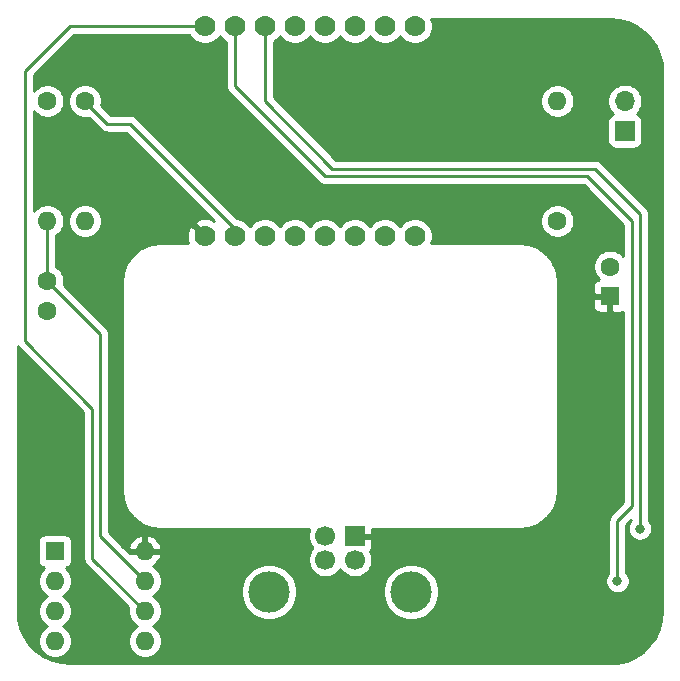
<source format=gbr>
G04 #@! TF.GenerationSoftware,KiCad,Pcbnew,5.1.5-52549c5~84~ubuntu19.04.1*
G04 #@! TF.CreationDate,2019-11-27T18:15:37+01:00*
G04 #@! TF.ProjectId,printplaat,7072696e-7470-46c6-9161-742e6b696361,rev?*
G04 #@! TF.SameCoordinates,Original*
G04 #@! TF.FileFunction,Copper,L2,Bot*
G04 #@! TF.FilePolarity,Positive*
%FSLAX46Y46*%
G04 Gerber Fmt 4.6, Leading zero omitted, Abs format (unit mm)*
G04 Created by KiCad (PCBNEW 5.1.5-52549c5~84~ubuntu19.04.1) date 2019-11-27 18:15:37*
%MOMM*%
%LPD*%
G04 APERTURE LIST*
%ADD10R,1.600000X1.600000*%
%ADD11O,1.600000X1.600000*%
%ADD12C,1.600000*%
%ADD13R,1.700000X1.700000*%
%ADD14C,1.700000*%
%ADD15C,3.500000*%
%ADD16O,1.700000X1.700000*%
%ADD17C,1.778000*%
%ADD18C,0.800000*%
%ADD19C,0.250000*%
%ADD20C,0.254000*%
G04 APERTURE END LIST*
D10*
X99060000Y-160020000D03*
D11*
X106680000Y-167640000D03*
X99060000Y-162560000D03*
X106680000Y-165100000D03*
X99060000Y-165100000D03*
X106680000Y-162560000D03*
X99060000Y-167640000D03*
X106680000Y-160020000D03*
X101600000Y-132080000D03*
D12*
X101600000Y-121920000D03*
D10*
X146050000Y-138430000D03*
D12*
X146050000Y-135930000D03*
D13*
X124460000Y-158750000D03*
D14*
X121960000Y-158750000D03*
X121960000Y-160750000D03*
X124460000Y-160750000D03*
D15*
X129230000Y-163460000D03*
X117190000Y-163460000D03*
D12*
X141605000Y-132080000D03*
D11*
X141605000Y-121920000D03*
X98425000Y-132080000D03*
D12*
X98425000Y-121920000D03*
D13*
X147320000Y-124460000D03*
D16*
X147320000Y-121920000D03*
D12*
X98425000Y-137160000D03*
X98425000Y-139660000D03*
D17*
X111760000Y-133350000D03*
X114300000Y-133350000D03*
X116840000Y-133350000D03*
X119380000Y-133350000D03*
X121920000Y-133350000D03*
X124460000Y-133350000D03*
X127000000Y-133350000D03*
X129540000Y-133350000D03*
X129540000Y-115570000D03*
X127000000Y-115570000D03*
X124460000Y-115570000D03*
X121920000Y-115570000D03*
X119380000Y-115570000D03*
X116840000Y-115570000D03*
X114300000Y-115570000D03*
X111760000Y-115570000D03*
D18*
X146685000Y-162560000D03*
X148590000Y-158115000D03*
D19*
X114300000Y-133350000D02*
X114300000Y-132715000D01*
X103505000Y-123825000D02*
X102235000Y-122555000D01*
X105410000Y-123825000D02*
X103505000Y-123825000D01*
X114300000Y-132715000D02*
X105410000Y-123825000D01*
X102235000Y-122555000D02*
X101600000Y-121920000D01*
X102235000Y-160655000D02*
X106680000Y-165100000D01*
X100330000Y-115570000D02*
X96520000Y-119380000D01*
X111760000Y-115570000D02*
X100330000Y-115570000D01*
X96520000Y-119380000D02*
X96520000Y-142240000D01*
X96520000Y-142240000D02*
X102235000Y-147955000D01*
X102235000Y-147955000D02*
X102235000Y-160655000D01*
X98425000Y-133211370D02*
X98425000Y-137160000D01*
X98425000Y-132080000D02*
X98425000Y-133211370D01*
X98425000Y-137160000D02*
X102870000Y-141605000D01*
X102870000Y-158750000D02*
X106680000Y-162560000D01*
X102870000Y-141605000D02*
X102870000Y-158750000D01*
X114300000Y-115570000D02*
X114300000Y-116827235D01*
X114300000Y-115570000D02*
X114300000Y-120650000D01*
X114300000Y-120650000D02*
X121920000Y-128270000D01*
X144145000Y-128270000D02*
X147955000Y-132080000D01*
X121920000Y-128270000D02*
X144145000Y-128270000D01*
X147955000Y-132080000D02*
X147955000Y-156210000D01*
X147955000Y-156210000D02*
X146685000Y-157480000D01*
X146685000Y-157480000D02*
X146685000Y-162560000D01*
X146685000Y-162560000D02*
X146685000Y-162560000D01*
X116840000Y-115570000D02*
X116840000Y-121920000D01*
X116840000Y-121920000D02*
X122555000Y-127635000D01*
X122555000Y-127635000D02*
X144780000Y-127635000D01*
X144780000Y-127635000D02*
X148590000Y-131445000D01*
X148590000Y-157480000D02*
X148590000Y-158115000D01*
X148590000Y-131445000D02*
X148590000Y-157480000D01*
X148590000Y-158115000D02*
X148590000Y-158115000D01*
D20*
G36*
X146832249Y-115032437D02*
G01*
X147589774Y-115239672D01*
X148298625Y-115577777D01*
X148936404Y-116036067D01*
X149482946Y-116600055D01*
X149920977Y-117251913D01*
X150236651Y-117971038D01*
X150421206Y-118739768D01*
X150470000Y-119404207D01*
X150470001Y-165070597D01*
X150397563Y-165882249D01*
X150190328Y-166639774D01*
X149852221Y-167348627D01*
X149393928Y-167986410D01*
X148829945Y-168532946D01*
X148178085Y-168970978D01*
X147458963Y-169286651D01*
X146690232Y-169471206D01*
X146025792Y-169520000D01*
X100359392Y-169520000D01*
X99547751Y-169447563D01*
X98790226Y-169240328D01*
X98081373Y-168902221D01*
X97443590Y-168443928D01*
X96897054Y-167879945D01*
X96459022Y-167228085D01*
X96143349Y-166508963D01*
X95958794Y-165740232D01*
X95910000Y-165075792D01*
X95910000Y-159220000D01*
X97621928Y-159220000D01*
X97621928Y-160820000D01*
X97634188Y-160944482D01*
X97670498Y-161064180D01*
X97729463Y-161174494D01*
X97808815Y-161271185D01*
X97905506Y-161350537D01*
X98015820Y-161409502D01*
X98135518Y-161445812D01*
X98143961Y-161446643D01*
X97945363Y-161645241D01*
X97788320Y-161880273D01*
X97680147Y-162141426D01*
X97625000Y-162418665D01*
X97625000Y-162701335D01*
X97680147Y-162978574D01*
X97788320Y-163239727D01*
X97945363Y-163474759D01*
X98145241Y-163674637D01*
X98377759Y-163830000D01*
X98145241Y-163985363D01*
X97945363Y-164185241D01*
X97788320Y-164420273D01*
X97680147Y-164681426D01*
X97625000Y-164958665D01*
X97625000Y-165241335D01*
X97680147Y-165518574D01*
X97788320Y-165779727D01*
X97945363Y-166014759D01*
X98145241Y-166214637D01*
X98377759Y-166370000D01*
X98145241Y-166525363D01*
X97945363Y-166725241D01*
X97788320Y-166960273D01*
X97680147Y-167221426D01*
X97625000Y-167498665D01*
X97625000Y-167781335D01*
X97680147Y-168058574D01*
X97788320Y-168319727D01*
X97945363Y-168554759D01*
X98145241Y-168754637D01*
X98380273Y-168911680D01*
X98641426Y-169019853D01*
X98918665Y-169075000D01*
X99201335Y-169075000D01*
X99478574Y-169019853D01*
X99739727Y-168911680D01*
X99974759Y-168754637D01*
X100174637Y-168554759D01*
X100331680Y-168319727D01*
X100439853Y-168058574D01*
X100495000Y-167781335D01*
X100495000Y-167498665D01*
X100439853Y-167221426D01*
X100331680Y-166960273D01*
X100174637Y-166725241D01*
X99974759Y-166525363D01*
X99742241Y-166370000D01*
X99974759Y-166214637D01*
X100174637Y-166014759D01*
X100331680Y-165779727D01*
X100439853Y-165518574D01*
X100495000Y-165241335D01*
X100495000Y-164958665D01*
X100439853Y-164681426D01*
X100331680Y-164420273D01*
X100174637Y-164185241D01*
X99974759Y-163985363D01*
X99742241Y-163830000D01*
X99974759Y-163674637D01*
X100174637Y-163474759D01*
X100331680Y-163239727D01*
X100439853Y-162978574D01*
X100495000Y-162701335D01*
X100495000Y-162418665D01*
X100439853Y-162141426D01*
X100331680Y-161880273D01*
X100174637Y-161645241D01*
X99976039Y-161446643D01*
X99984482Y-161445812D01*
X100104180Y-161409502D01*
X100214494Y-161350537D01*
X100311185Y-161271185D01*
X100390537Y-161174494D01*
X100449502Y-161064180D01*
X100485812Y-160944482D01*
X100498072Y-160820000D01*
X100498072Y-159220000D01*
X100485812Y-159095518D01*
X100449502Y-158975820D01*
X100390537Y-158865506D01*
X100311185Y-158768815D01*
X100214494Y-158689463D01*
X100104180Y-158630498D01*
X99984482Y-158594188D01*
X99860000Y-158581928D01*
X98260000Y-158581928D01*
X98135518Y-158594188D01*
X98015820Y-158630498D01*
X97905506Y-158689463D01*
X97808815Y-158768815D01*
X97729463Y-158865506D01*
X97670498Y-158975820D01*
X97634188Y-159095518D01*
X97621928Y-159220000D01*
X95910000Y-159220000D01*
X95910000Y-142694707D01*
X95956201Y-142751002D01*
X95980000Y-142780001D01*
X96008998Y-142803799D01*
X101475000Y-148269802D01*
X101475001Y-160617668D01*
X101471324Y-160655000D01*
X101485998Y-160803985D01*
X101529454Y-160947246D01*
X101600026Y-161079276D01*
X101671201Y-161166002D01*
X101695000Y-161195001D01*
X101723998Y-161218799D01*
X105281312Y-164776114D01*
X105245000Y-164958665D01*
X105245000Y-165241335D01*
X105300147Y-165518574D01*
X105408320Y-165779727D01*
X105565363Y-166014759D01*
X105765241Y-166214637D01*
X105997759Y-166370000D01*
X105765241Y-166525363D01*
X105565363Y-166725241D01*
X105408320Y-166960273D01*
X105300147Y-167221426D01*
X105245000Y-167498665D01*
X105245000Y-167781335D01*
X105300147Y-168058574D01*
X105408320Y-168319727D01*
X105565363Y-168554759D01*
X105765241Y-168754637D01*
X106000273Y-168911680D01*
X106261426Y-169019853D01*
X106538665Y-169075000D01*
X106821335Y-169075000D01*
X107098574Y-169019853D01*
X107359727Y-168911680D01*
X107594759Y-168754637D01*
X107794637Y-168554759D01*
X107951680Y-168319727D01*
X108059853Y-168058574D01*
X108115000Y-167781335D01*
X108115000Y-167498665D01*
X108059853Y-167221426D01*
X107951680Y-166960273D01*
X107794637Y-166725241D01*
X107594759Y-166525363D01*
X107362241Y-166370000D01*
X107594759Y-166214637D01*
X107794637Y-166014759D01*
X107951680Y-165779727D01*
X108059853Y-165518574D01*
X108115000Y-165241335D01*
X108115000Y-164958665D01*
X108059853Y-164681426D01*
X107951680Y-164420273D01*
X107794637Y-164185241D01*
X107594759Y-163985363D01*
X107362241Y-163830000D01*
X107594759Y-163674637D01*
X107794637Y-163474759D01*
X107951680Y-163239727D01*
X107957739Y-163225098D01*
X114805000Y-163225098D01*
X114805000Y-163694902D01*
X114896654Y-164155679D01*
X115076440Y-164589721D01*
X115337450Y-164980349D01*
X115669651Y-165312550D01*
X116060279Y-165573560D01*
X116494321Y-165753346D01*
X116955098Y-165845000D01*
X117424902Y-165845000D01*
X117885679Y-165753346D01*
X118319721Y-165573560D01*
X118710349Y-165312550D01*
X119042550Y-164980349D01*
X119303560Y-164589721D01*
X119483346Y-164155679D01*
X119575000Y-163694902D01*
X119575000Y-163225098D01*
X126845000Y-163225098D01*
X126845000Y-163694902D01*
X126936654Y-164155679D01*
X127116440Y-164589721D01*
X127377450Y-164980349D01*
X127709651Y-165312550D01*
X128100279Y-165573560D01*
X128534321Y-165753346D01*
X128995098Y-165845000D01*
X129464902Y-165845000D01*
X129925679Y-165753346D01*
X130359721Y-165573560D01*
X130750349Y-165312550D01*
X131082550Y-164980349D01*
X131343560Y-164589721D01*
X131523346Y-164155679D01*
X131615000Y-163694902D01*
X131615000Y-163225098D01*
X131523346Y-162764321D01*
X131343560Y-162330279D01*
X131082550Y-161939651D01*
X130750349Y-161607450D01*
X130359721Y-161346440D01*
X129925679Y-161166654D01*
X129464902Y-161075000D01*
X128995098Y-161075000D01*
X128534321Y-161166654D01*
X128100279Y-161346440D01*
X127709651Y-161607450D01*
X127377450Y-161939651D01*
X127116440Y-162330279D01*
X126936654Y-162764321D01*
X126845000Y-163225098D01*
X119575000Y-163225098D01*
X119483346Y-162764321D01*
X119303560Y-162330279D01*
X119042550Y-161939651D01*
X118710349Y-161607450D01*
X118319721Y-161346440D01*
X117885679Y-161166654D01*
X117424902Y-161075000D01*
X116955098Y-161075000D01*
X116494321Y-161166654D01*
X116060279Y-161346440D01*
X115669651Y-161607450D01*
X115337450Y-161939651D01*
X115076440Y-162330279D01*
X114896654Y-162764321D01*
X114805000Y-163225098D01*
X107957739Y-163225098D01*
X108059853Y-162978574D01*
X108115000Y-162701335D01*
X108115000Y-162418665D01*
X108059853Y-162141426D01*
X107951680Y-161880273D01*
X107794637Y-161645241D01*
X107594759Y-161445363D01*
X107359727Y-161288320D01*
X107349135Y-161283933D01*
X107535131Y-161172385D01*
X107743519Y-160983414D01*
X107911037Y-160757420D01*
X108031246Y-160503087D01*
X108071904Y-160369039D01*
X107949915Y-160147000D01*
X106807000Y-160147000D01*
X106807000Y-160167000D01*
X106553000Y-160167000D01*
X106553000Y-160147000D01*
X105410085Y-160147000D01*
X105385872Y-160191071D01*
X104865762Y-159670961D01*
X105288096Y-159670961D01*
X105410085Y-159893000D01*
X106553000Y-159893000D01*
X106553000Y-158749376D01*
X106807000Y-158749376D01*
X106807000Y-159893000D01*
X107949915Y-159893000D01*
X108071904Y-159670961D01*
X108031246Y-159536913D01*
X107911037Y-159282580D01*
X107743519Y-159056586D01*
X107535131Y-158867615D01*
X107293881Y-158722930D01*
X107029040Y-158628091D01*
X106807000Y-158749376D01*
X106553000Y-158749376D01*
X106330960Y-158628091D01*
X106066119Y-158722930D01*
X105824869Y-158867615D01*
X105616481Y-159056586D01*
X105448963Y-159282580D01*
X105328754Y-159536913D01*
X105288096Y-159670961D01*
X104865762Y-159670961D01*
X103630000Y-158435199D01*
X103630000Y-141642322D01*
X103633676Y-141604999D01*
X103630000Y-141567676D01*
X103630000Y-141567667D01*
X103619003Y-141456014D01*
X103575546Y-141312753D01*
X103504974Y-141180724D01*
X103410001Y-141064999D01*
X103381004Y-141041202D01*
X99823688Y-137483887D01*
X99860000Y-137301335D01*
X99860000Y-137018665D01*
X99804853Y-136741426D01*
X99696680Y-136480273D01*
X99539637Y-136245241D01*
X99339759Y-136045363D01*
X99185000Y-135941957D01*
X99185000Y-133298043D01*
X99339759Y-133194637D01*
X99539637Y-132994759D01*
X99696680Y-132759727D01*
X99804853Y-132498574D01*
X99860000Y-132221335D01*
X99860000Y-131938665D01*
X100165000Y-131938665D01*
X100165000Y-132221335D01*
X100220147Y-132498574D01*
X100328320Y-132759727D01*
X100485363Y-132994759D01*
X100685241Y-133194637D01*
X100920273Y-133351680D01*
X101181426Y-133459853D01*
X101458665Y-133515000D01*
X101741335Y-133515000D01*
X102018574Y-133459853D01*
X102279727Y-133351680D01*
X102514759Y-133194637D01*
X102714637Y-132994759D01*
X102871680Y-132759727D01*
X102979853Y-132498574D01*
X103035000Y-132221335D01*
X103035000Y-131938665D01*
X102979853Y-131661426D01*
X102871680Y-131400273D01*
X102714637Y-131165241D01*
X102514759Y-130965363D01*
X102279727Y-130808320D01*
X102018574Y-130700147D01*
X101741335Y-130645000D01*
X101458665Y-130645000D01*
X101181426Y-130700147D01*
X100920273Y-130808320D01*
X100685241Y-130965363D01*
X100485363Y-131165241D01*
X100328320Y-131400273D01*
X100220147Y-131661426D01*
X100165000Y-131938665D01*
X99860000Y-131938665D01*
X99804853Y-131661426D01*
X99696680Y-131400273D01*
X99539637Y-131165241D01*
X99339759Y-130965363D01*
X99104727Y-130808320D01*
X98843574Y-130700147D01*
X98566335Y-130645000D01*
X98283665Y-130645000D01*
X98006426Y-130700147D01*
X97745273Y-130808320D01*
X97510241Y-130965363D01*
X97310363Y-131165241D01*
X97280000Y-131210683D01*
X97280000Y-122789317D01*
X97310363Y-122834759D01*
X97510241Y-123034637D01*
X97745273Y-123191680D01*
X98006426Y-123299853D01*
X98283665Y-123355000D01*
X98566335Y-123355000D01*
X98843574Y-123299853D01*
X99104727Y-123191680D01*
X99339759Y-123034637D01*
X99539637Y-122834759D01*
X99696680Y-122599727D01*
X99804853Y-122338574D01*
X99860000Y-122061335D01*
X99860000Y-121778665D01*
X100165000Y-121778665D01*
X100165000Y-122061335D01*
X100220147Y-122338574D01*
X100328320Y-122599727D01*
X100485363Y-122834759D01*
X100685241Y-123034637D01*
X100920273Y-123191680D01*
X101181426Y-123299853D01*
X101458665Y-123355000D01*
X101741335Y-123355000D01*
X101923887Y-123318688D01*
X102941200Y-124336002D01*
X102964999Y-124365001D01*
X103080724Y-124459974D01*
X103212753Y-124530546D01*
X103356014Y-124574003D01*
X103467667Y-124585000D01*
X103467676Y-124585000D01*
X103504999Y-124588676D01*
X103542322Y-124585000D01*
X105095199Y-124585000D01*
X112547810Y-132037612D01*
X112283582Y-131910914D01*
X111992770Y-131836420D01*
X111693012Y-131820092D01*
X111395829Y-131862557D01*
X111112641Y-131962184D01*
X110965727Y-132040711D01*
X110883374Y-132293769D01*
X111760000Y-133170395D01*
X111774143Y-133156253D01*
X111953748Y-133335858D01*
X111939605Y-133350000D01*
X111953748Y-133364143D01*
X111774143Y-133543748D01*
X111760000Y-133529605D01*
X111745858Y-133543748D01*
X111566253Y-133364143D01*
X111580395Y-133350000D01*
X110703769Y-132473374D01*
X110450711Y-132555727D01*
X110320914Y-132826418D01*
X110246420Y-133117230D01*
X110230092Y-133416988D01*
X110272557Y-133714171D01*
X110359041Y-133960000D01*
X107917581Y-133960000D01*
X107888254Y-133962888D01*
X107872451Y-133962778D01*
X107863280Y-133963678D01*
X107370273Y-134015495D01*
X107311742Y-134027510D01*
X107252917Y-134038731D01*
X107244095Y-134041395D01*
X106770542Y-134187984D01*
X106715427Y-134211153D01*
X106659934Y-134233573D01*
X106651798Y-134237900D01*
X106215738Y-134473677D01*
X106166171Y-134507110D01*
X106116092Y-134539881D01*
X106108951Y-134545706D01*
X105726991Y-134861690D01*
X105684850Y-134904126D01*
X105642101Y-134945989D01*
X105636227Y-134953089D01*
X105322917Y-135337246D01*
X105289824Y-135387054D01*
X105256017Y-135436428D01*
X105251634Y-135444534D01*
X105018908Y-135882230D01*
X104996122Y-135937512D01*
X104972547Y-135992517D01*
X104969822Y-136001320D01*
X104826543Y-136475884D01*
X104814923Y-136534572D01*
X104802487Y-136593075D01*
X104801524Y-136602240D01*
X104753150Y-137095595D01*
X104750000Y-137127582D01*
X104750001Y-154972419D01*
X104752888Y-155001737D01*
X104752778Y-155017550D01*
X104753678Y-155026721D01*
X104805495Y-155519727D01*
X104817522Y-155578320D01*
X104828732Y-155637084D01*
X104831395Y-155645906D01*
X104977984Y-156119458D01*
X105001158Y-156174584D01*
X105023573Y-156230066D01*
X105027900Y-156238202D01*
X105263677Y-156674262D01*
X105297110Y-156723829D01*
X105329881Y-156773908D01*
X105335706Y-156781049D01*
X105651690Y-157163009D01*
X105694107Y-157205131D01*
X105735989Y-157247900D01*
X105743090Y-157253773D01*
X106127246Y-157567084D01*
X106177073Y-157600188D01*
X106226428Y-157633983D01*
X106234531Y-157638364D01*
X106234539Y-157638368D01*
X106672230Y-157871092D01*
X106727536Y-157893888D01*
X106782517Y-157917453D01*
X106791320Y-157920178D01*
X107265885Y-158063457D01*
X107324558Y-158075074D01*
X107383075Y-158087513D01*
X107392240Y-158088476D01*
X107885595Y-158136850D01*
X107885598Y-158136850D01*
X107917581Y-158140000D01*
X120605318Y-158140000D01*
X120532068Y-158316842D01*
X120475000Y-158603740D01*
X120475000Y-158896260D01*
X120532068Y-159183158D01*
X120644010Y-159453411D01*
X120806525Y-159696632D01*
X120859893Y-159750000D01*
X120806525Y-159803368D01*
X120644010Y-160046589D01*
X120532068Y-160316842D01*
X120475000Y-160603740D01*
X120475000Y-160896260D01*
X120532068Y-161183158D01*
X120644010Y-161453411D01*
X120806525Y-161696632D01*
X121013368Y-161903475D01*
X121256589Y-162065990D01*
X121526842Y-162177932D01*
X121813740Y-162235000D01*
X122106260Y-162235000D01*
X122393158Y-162177932D01*
X122663411Y-162065990D01*
X122906632Y-161903475D01*
X123113475Y-161696632D01*
X123210000Y-161552172D01*
X123306525Y-161696632D01*
X123513368Y-161903475D01*
X123756589Y-162065990D01*
X124026842Y-162177932D01*
X124313740Y-162235000D01*
X124606260Y-162235000D01*
X124893158Y-162177932D01*
X125163411Y-162065990D01*
X125406632Y-161903475D01*
X125613475Y-161696632D01*
X125775990Y-161453411D01*
X125887932Y-161183158D01*
X125945000Y-160896260D01*
X125945000Y-160603740D01*
X125887932Y-160316842D01*
X125775990Y-160046589D01*
X125771038Y-160039178D01*
X125840537Y-159954494D01*
X125899502Y-159844180D01*
X125935812Y-159724482D01*
X125948072Y-159600000D01*
X125945000Y-159035750D01*
X125786250Y-158877000D01*
X124587000Y-158877000D01*
X124587000Y-158897000D01*
X124333000Y-158897000D01*
X124333000Y-158877000D01*
X124313000Y-158877000D01*
X124313000Y-158623000D01*
X124333000Y-158623000D01*
X124333000Y-158603000D01*
X124587000Y-158603000D01*
X124587000Y-158623000D01*
X125786250Y-158623000D01*
X125945000Y-158464250D01*
X125946765Y-158140000D01*
X138462419Y-158140000D01*
X138491746Y-158137112D01*
X138507550Y-158137222D01*
X138516721Y-158136322D01*
X139009727Y-158084505D01*
X139068320Y-158072478D01*
X139127084Y-158061268D01*
X139135906Y-158058605D01*
X139609458Y-157912016D01*
X139664584Y-157888842D01*
X139720066Y-157866427D01*
X139728202Y-157862100D01*
X140164262Y-157626323D01*
X140213829Y-157592890D01*
X140263908Y-157560119D01*
X140271049Y-157554294D01*
X140653009Y-157238310D01*
X140695131Y-157195893D01*
X140737900Y-157154011D01*
X140743773Y-157146910D01*
X141057084Y-156762754D01*
X141090188Y-156712927D01*
X141123983Y-156663572D01*
X141128364Y-156655469D01*
X141128368Y-156655461D01*
X141361092Y-156217770D01*
X141383888Y-156162464D01*
X141407453Y-156107483D01*
X141410178Y-156098680D01*
X141553457Y-155624115D01*
X141565074Y-155565442D01*
X141577513Y-155506925D01*
X141578476Y-155497760D01*
X141626850Y-155004405D01*
X141626850Y-155004402D01*
X141630000Y-154972419D01*
X141630000Y-139230000D01*
X144611928Y-139230000D01*
X144624188Y-139354482D01*
X144660498Y-139474180D01*
X144719463Y-139584494D01*
X144798815Y-139681185D01*
X144895506Y-139760537D01*
X145005820Y-139819502D01*
X145125518Y-139855812D01*
X145250000Y-139868072D01*
X145764250Y-139865000D01*
X145923000Y-139706250D01*
X145923000Y-138557000D01*
X144773750Y-138557000D01*
X144615000Y-138715750D01*
X144611928Y-139230000D01*
X141630000Y-139230000D01*
X141630000Y-137127581D01*
X141627112Y-137098254D01*
X141627222Y-137082451D01*
X141626322Y-137073280D01*
X141574505Y-136580273D01*
X141562490Y-136521742D01*
X141551269Y-136462917D01*
X141548605Y-136454095D01*
X141402016Y-135980542D01*
X141378847Y-135925427D01*
X141356427Y-135869934D01*
X141352100Y-135861798D01*
X141116323Y-135425738D01*
X141082890Y-135376171D01*
X141050119Y-135326092D01*
X141044294Y-135318951D01*
X140728310Y-134936991D01*
X140685874Y-134894850D01*
X140644011Y-134852101D01*
X140636911Y-134846227D01*
X140252754Y-134532917D01*
X140202946Y-134499824D01*
X140153572Y-134466017D01*
X140145466Y-134461634D01*
X139707770Y-134228908D01*
X139652488Y-134206122D01*
X139597483Y-134182547D01*
X139588680Y-134179822D01*
X139114116Y-134036543D01*
X139055428Y-134024923D01*
X138996925Y-134012487D01*
X138987760Y-134011524D01*
X138494405Y-133963150D01*
X138494402Y-133963150D01*
X138462419Y-133960000D01*
X130936895Y-133960000D01*
X131005434Y-133794534D01*
X131064000Y-133500101D01*
X131064000Y-133199899D01*
X131005434Y-132905466D01*
X130890551Y-132628115D01*
X130723768Y-132378507D01*
X130511493Y-132166232D01*
X130261885Y-131999449D01*
X130115141Y-131938665D01*
X140170000Y-131938665D01*
X140170000Y-132221335D01*
X140225147Y-132498574D01*
X140333320Y-132759727D01*
X140490363Y-132994759D01*
X140690241Y-133194637D01*
X140925273Y-133351680D01*
X141186426Y-133459853D01*
X141463665Y-133515000D01*
X141746335Y-133515000D01*
X142023574Y-133459853D01*
X142284727Y-133351680D01*
X142519759Y-133194637D01*
X142719637Y-132994759D01*
X142876680Y-132759727D01*
X142984853Y-132498574D01*
X143040000Y-132221335D01*
X143040000Y-131938665D01*
X142984853Y-131661426D01*
X142876680Y-131400273D01*
X142719637Y-131165241D01*
X142519759Y-130965363D01*
X142284727Y-130808320D01*
X142023574Y-130700147D01*
X141746335Y-130645000D01*
X141463665Y-130645000D01*
X141186426Y-130700147D01*
X140925273Y-130808320D01*
X140690241Y-130965363D01*
X140490363Y-131165241D01*
X140333320Y-131400273D01*
X140225147Y-131661426D01*
X140170000Y-131938665D01*
X130115141Y-131938665D01*
X129984534Y-131884566D01*
X129690101Y-131826000D01*
X129389899Y-131826000D01*
X129095466Y-131884566D01*
X128818115Y-131999449D01*
X128568507Y-132166232D01*
X128356232Y-132378507D01*
X128270000Y-132507562D01*
X128183768Y-132378507D01*
X127971493Y-132166232D01*
X127721885Y-131999449D01*
X127444534Y-131884566D01*
X127150101Y-131826000D01*
X126849899Y-131826000D01*
X126555466Y-131884566D01*
X126278115Y-131999449D01*
X126028507Y-132166232D01*
X125816232Y-132378507D01*
X125730000Y-132507562D01*
X125643768Y-132378507D01*
X125431493Y-132166232D01*
X125181885Y-131999449D01*
X124904534Y-131884566D01*
X124610101Y-131826000D01*
X124309899Y-131826000D01*
X124015466Y-131884566D01*
X123738115Y-131999449D01*
X123488507Y-132166232D01*
X123276232Y-132378507D01*
X123190000Y-132507562D01*
X123103768Y-132378507D01*
X122891493Y-132166232D01*
X122641885Y-131999449D01*
X122364534Y-131884566D01*
X122070101Y-131826000D01*
X121769899Y-131826000D01*
X121475466Y-131884566D01*
X121198115Y-131999449D01*
X120948507Y-132166232D01*
X120736232Y-132378507D01*
X120650000Y-132507562D01*
X120563768Y-132378507D01*
X120351493Y-132166232D01*
X120101885Y-131999449D01*
X119824534Y-131884566D01*
X119530101Y-131826000D01*
X119229899Y-131826000D01*
X118935466Y-131884566D01*
X118658115Y-131999449D01*
X118408507Y-132166232D01*
X118196232Y-132378507D01*
X118110000Y-132507562D01*
X118023768Y-132378507D01*
X117811493Y-132166232D01*
X117561885Y-131999449D01*
X117284534Y-131884566D01*
X116990101Y-131826000D01*
X116689899Y-131826000D01*
X116395466Y-131884566D01*
X116118115Y-131999449D01*
X115868507Y-132166232D01*
X115656232Y-132378507D01*
X115570000Y-132507562D01*
X115483768Y-132378507D01*
X115271493Y-132166232D01*
X115021885Y-131999449D01*
X114744534Y-131884566D01*
X114494667Y-131834865D01*
X105973804Y-123314003D01*
X105950001Y-123284999D01*
X105834276Y-123190026D01*
X105702247Y-123119454D01*
X105558986Y-123075997D01*
X105447333Y-123065000D01*
X105447322Y-123065000D01*
X105410000Y-123061324D01*
X105372678Y-123065000D01*
X103819802Y-123065000D01*
X102998688Y-122243887D01*
X103035000Y-122061335D01*
X103035000Y-121778665D01*
X102979853Y-121501426D01*
X102871680Y-121240273D01*
X102714637Y-121005241D01*
X102514759Y-120805363D01*
X102279727Y-120648320D01*
X102018574Y-120540147D01*
X101741335Y-120485000D01*
X101458665Y-120485000D01*
X101181426Y-120540147D01*
X100920273Y-120648320D01*
X100685241Y-120805363D01*
X100485363Y-121005241D01*
X100328320Y-121240273D01*
X100220147Y-121501426D01*
X100165000Y-121778665D01*
X99860000Y-121778665D01*
X99804853Y-121501426D01*
X99696680Y-121240273D01*
X99539637Y-121005241D01*
X99339759Y-120805363D01*
X99104727Y-120648320D01*
X98843574Y-120540147D01*
X98566335Y-120485000D01*
X98283665Y-120485000D01*
X98006426Y-120540147D01*
X97745273Y-120648320D01*
X97510241Y-120805363D01*
X97310363Y-121005241D01*
X97280000Y-121050683D01*
X97280000Y-119694801D01*
X100644802Y-116330000D01*
X110434917Y-116330000D01*
X110576232Y-116541493D01*
X110788507Y-116753768D01*
X111038115Y-116920551D01*
X111315466Y-117035434D01*
X111609899Y-117094000D01*
X111910101Y-117094000D01*
X112204534Y-117035434D01*
X112481885Y-116920551D01*
X112731493Y-116753768D01*
X112943768Y-116541493D01*
X113030000Y-116412438D01*
X113116232Y-116541493D01*
X113328507Y-116753768D01*
X113540000Y-116895084D01*
X113540001Y-120612668D01*
X113536324Y-120650000D01*
X113540001Y-120687333D01*
X113550998Y-120798986D01*
X113564180Y-120842442D01*
X113594454Y-120942246D01*
X113665026Y-121074276D01*
X113732362Y-121156324D01*
X113760000Y-121190001D01*
X113788998Y-121213799D01*
X121356200Y-128781002D01*
X121379999Y-128810001D01*
X121495724Y-128904974D01*
X121627753Y-128975546D01*
X121771014Y-129019003D01*
X121882667Y-129030000D01*
X121882676Y-129030000D01*
X121919999Y-129033676D01*
X121957322Y-129030000D01*
X143830199Y-129030000D01*
X147195000Y-132394802D01*
X147195000Y-135060683D01*
X147164637Y-135015241D01*
X146964759Y-134815363D01*
X146729727Y-134658320D01*
X146468574Y-134550147D01*
X146191335Y-134495000D01*
X145908665Y-134495000D01*
X145631426Y-134550147D01*
X145370273Y-134658320D01*
X145135241Y-134815363D01*
X144935363Y-135015241D01*
X144778320Y-135250273D01*
X144670147Y-135511426D01*
X144615000Y-135788665D01*
X144615000Y-136071335D01*
X144670147Y-136348574D01*
X144778320Y-136609727D01*
X144935363Y-136844759D01*
X145101943Y-137011339D01*
X145005820Y-137040498D01*
X144895506Y-137099463D01*
X144798815Y-137178815D01*
X144719463Y-137275506D01*
X144660498Y-137385820D01*
X144624188Y-137505518D01*
X144611928Y-137630000D01*
X144615000Y-138144250D01*
X144773750Y-138303000D01*
X145923000Y-138303000D01*
X145923000Y-138283000D01*
X146177000Y-138283000D01*
X146177000Y-138303000D01*
X146197000Y-138303000D01*
X146197000Y-138557000D01*
X146177000Y-138557000D01*
X146177000Y-139706250D01*
X146335750Y-139865000D01*
X146850000Y-139868072D01*
X146974482Y-139855812D01*
X147094180Y-139819502D01*
X147195000Y-139765612D01*
X147195001Y-155895197D01*
X146174003Y-156916196D01*
X146144999Y-156939999D01*
X146102175Y-156992181D01*
X146050026Y-157055724D01*
X146013206Y-157124609D01*
X145979454Y-157187754D01*
X145935997Y-157331015D01*
X145925000Y-157442668D01*
X145925000Y-157442678D01*
X145921324Y-157480000D01*
X145925000Y-157517323D01*
X145925001Y-161856288D01*
X145881063Y-161900226D01*
X145767795Y-162069744D01*
X145689774Y-162258102D01*
X145650000Y-162458061D01*
X145650000Y-162661939D01*
X145689774Y-162861898D01*
X145767795Y-163050256D01*
X145881063Y-163219774D01*
X146025226Y-163363937D01*
X146194744Y-163477205D01*
X146383102Y-163555226D01*
X146583061Y-163595000D01*
X146786939Y-163595000D01*
X146986898Y-163555226D01*
X147175256Y-163477205D01*
X147344774Y-163363937D01*
X147488937Y-163219774D01*
X147602205Y-163050256D01*
X147680226Y-162861898D01*
X147720000Y-162661939D01*
X147720000Y-162458061D01*
X147680226Y-162258102D01*
X147602205Y-162069744D01*
X147488937Y-161900226D01*
X147445000Y-161856289D01*
X147445000Y-157794801D01*
X147830001Y-157409800D01*
X147830001Y-157411288D01*
X147786063Y-157455226D01*
X147672795Y-157624744D01*
X147594774Y-157813102D01*
X147555000Y-158013061D01*
X147555000Y-158216939D01*
X147594774Y-158416898D01*
X147672795Y-158605256D01*
X147786063Y-158774774D01*
X147930226Y-158918937D01*
X148099744Y-159032205D01*
X148288102Y-159110226D01*
X148488061Y-159150000D01*
X148691939Y-159150000D01*
X148891898Y-159110226D01*
X149080256Y-159032205D01*
X149249774Y-158918937D01*
X149393937Y-158774774D01*
X149507205Y-158605256D01*
X149585226Y-158416898D01*
X149625000Y-158216939D01*
X149625000Y-158013061D01*
X149585226Y-157813102D01*
X149507205Y-157624744D01*
X149393937Y-157455226D01*
X149350000Y-157411289D01*
X149350000Y-131482325D01*
X149353676Y-131445000D01*
X149350000Y-131407675D01*
X149350000Y-131407667D01*
X149339003Y-131296014D01*
X149295546Y-131152753D01*
X149224974Y-131020724D01*
X149130001Y-130904999D01*
X149101004Y-130881202D01*
X145343804Y-127124003D01*
X145320001Y-127094999D01*
X145204276Y-127000026D01*
X145072247Y-126929454D01*
X144928986Y-126885997D01*
X144817333Y-126875000D01*
X144817322Y-126875000D01*
X144780000Y-126871324D01*
X144742678Y-126875000D01*
X122869802Y-126875000D01*
X119604802Y-123610000D01*
X145831928Y-123610000D01*
X145831928Y-125310000D01*
X145844188Y-125434482D01*
X145880498Y-125554180D01*
X145939463Y-125664494D01*
X146018815Y-125761185D01*
X146115506Y-125840537D01*
X146225820Y-125899502D01*
X146345518Y-125935812D01*
X146470000Y-125948072D01*
X148170000Y-125948072D01*
X148294482Y-125935812D01*
X148414180Y-125899502D01*
X148524494Y-125840537D01*
X148621185Y-125761185D01*
X148700537Y-125664494D01*
X148759502Y-125554180D01*
X148795812Y-125434482D01*
X148808072Y-125310000D01*
X148808072Y-123610000D01*
X148795812Y-123485518D01*
X148759502Y-123365820D01*
X148700537Y-123255506D01*
X148621185Y-123158815D01*
X148524494Y-123079463D01*
X148414180Y-123020498D01*
X148341620Y-122998487D01*
X148473475Y-122866632D01*
X148635990Y-122623411D01*
X148747932Y-122353158D01*
X148805000Y-122066260D01*
X148805000Y-121773740D01*
X148747932Y-121486842D01*
X148635990Y-121216589D01*
X148473475Y-120973368D01*
X148266632Y-120766525D01*
X148023411Y-120604010D01*
X147753158Y-120492068D01*
X147466260Y-120435000D01*
X147173740Y-120435000D01*
X146886842Y-120492068D01*
X146616589Y-120604010D01*
X146373368Y-120766525D01*
X146166525Y-120973368D01*
X146004010Y-121216589D01*
X145892068Y-121486842D01*
X145835000Y-121773740D01*
X145835000Y-122066260D01*
X145892068Y-122353158D01*
X146004010Y-122623411D01*
X146166525Y-122866632D01*
X146298380Y-122998487D01*
X146225820Y-123020498D01*
X146115506Y-123079463D01*
X146018815Y-123158815D01*
X145939463Y-123255506D01*
X145880498Y-123365820D01*
X145844188Y-123485518D01*
X145831928Y-123610000D01*
X119604802Y-123610000D01*
X117773467Y-121778665D01*
X140170000Y-121778665D01*
X140170000Y-122061335D01*
X140225147Y-122338574D01*
X140333320Y-122599727D01*
X140490363Y-122834759D01*
X140690241Y-123034637D01*
X140925273Y-123191680D01*
X141186426Y-123299853D01*
X141463665Y-123355000D01*
X141746335Y-123355000D01*
X142023574Y-123299853D01*
X142284727Y-123191680D01*
X142519759Y-123034637D01*
X142719637Y-122834759D01*
X142876680Y-122599727D01*
X142984853Y-122338574D01*
X143040000Y-122061335D01*
X143040000Y-121778665D01*
X142984853Y-121501426D01*
X142876680Y-121240273D01*
X142719637Y-121005241D01*
X142519759Y-120805363D01*
X142284727Y-120648320D01*
X142023574Y-120540147D01*
X141746335Y-120485000D01*
X141463665Y-120485000D01*
X141186426Y-120540147D01*
X140925273Y-120648320D01*
X140690241Y-120805363D01*
X140490363Y-121005241D01*
X140333320Y-121240273D01*
X140225147Y-121501426D01*
X140170000Y-121778665D01*
X117773467Y-121778665D01*
X117600000Y-121605199D01*
X117600000Y-116895083D01*
X117811493Y-116753768D01*
X118023768Y-116541493D01*
X118110000Y-116412438D01*
X118196232Y-116541493D01*
X118408507Y-116753768D01*
X118658115Y-116920551D01*
X118935466Y-117035434D01*
X119229899Y-117094000D01*
X119530101Y-117094000D01*
X119824534Y-117035434D01*
X120101885Y-116920551D01*
X120351493Y-116753768D01*
X120563768Y-116541493D01*
X120650000Y-116412438D01*
X120736232Y-116541493D01*
X120948507Y-116753768D01*
X121198115Y-116920551D01*
X121475466Y-117035434D01*
X121769899Y-117094000D01*
X122070101Y-117094000D01*
X122364534Y-117035434D01*
X122641885Y-116920551D01*
X122891493Y-116753768D01*
X123103768Y-116541493D01*
X123190000Y-116412438D01*
X123276232Y-116541493D01*
X123488507Y-116753768D01*
X123738115Y-116920551D01*
X124015466Y-117035434D01*
X124309899Y-117094000D01*
X124610101Y-117094000D01*
X124904534Y-117035434D01*
X125181885Y-116920551D01*
X125431493Y-116753768D01*
X125643768Y-116541493D01*
X125730000Y-116412438D01*
X125816232Y-116541493D01*
X126028507Y-116753768D01*
X126278115Y-116920551D01*
X126555466Y-117035434D01*
X126849899Y-117094000D01*
X127150101Y-117094000D01*
X127444534Y-117035434D01*
X127721885Y-116920551D01*
X127971493Y-116753768D01*
X128183768Y-116541493D01*
X128270000Y-116412438D01*
X128356232Y-116541493D01*
X128568507Y-116753768D01*
X128818115Y-116920551D01*
X129095466Y-117035434D01*
X129389899Y-117094000D01*
X129690101Y-117094000D01*
X129984534Y-117035434D01*
X130261885Y-116920551D01*
X130511493Y-116753768D01*
X130723768Y-116541493D01*
X130890551Y-116291885D01*
X131005434Y-116014534D01*
X131064000Y-115720101D01*
X131064000Y-115419899D01*
X131005434Y-115125466D01*
X130936895Y-114960000D01*
X146020608Y-114960000D01*
X146832249Y-115032437D01*
G37*
X146832249Y-115032437D02*
X147589774Y-115239672D01*
X148298625Y-115577777D01*
X148936404Y-116036067D01*
X149482946Y-116600055D01*
X149920977Y-117251913D01*
X150236651Y-117971038D01*
X150421206Y-118739768D01*
X150470000Y-119404207D01*
X150470001Y-165070597D01*
X150397563Y-165882249D01*
X150190328Y-166639774D01*
X149852221Y-167348627D01*
X149393928Y-167986410D01*
X148829945Y-168532946D01*
X148178085Y-168970978D01*
X147458963Y-169286651D01*
X146690232Y-169471206D01*
X146025792Y-169520000D01*
X100359392Y-169520000D01*
X99547751Y-169447563D01*
X98790226Y-169240328D01*
X98081373Y-168902221D01*
X97443590Y-168443928D01*
X96897054Y-167879945D01*
X96459022Y-167228085D01*
X96143349Y-166508963D01*
X95958794Y-165740232D01*
X95910000Y-165075792D01*
X95910000Y-159220000D01*
X97621928Y-159220000D01*
X97621928Y-160820000D01*
X97634188Y-160944482D01*
X97670498Y-161064180D01*
X97729463Y-161174494D01*
X97808815Y-161271185D01*
X97905506Y-161350537D01*
X98015820Y-161409502D01*
X98135518Y-161445812D01*
X98143961Y-161446643D01*
X97945363Y-161645241D01*
X97788320Y-161880273D01*
X97680147Y-162141426D01*
X97625000Y-162418665D01*
X97625000Y-162701335D01*
X97680147Y-162978574D01*
X97788320Y-163239727D01*
X97945363Y-163474759D01*
X98145241Y-163674637D01*
X98377759Y-163830000D01*
X98145241Y-163985363D01*
X97945363Y-164185241D01*
X97788320Y-164420273D01*
X97680147Y-164681426D01*
X97625000Y-164958665D01*
X97625000Y-165241335D01*
X97680147Y-165518574D01*
X97788320Y-165779727D01*
X97945363Y-166014759D01*
X98145241Y-166214637D01*
X98377759Y-166370000D01*
X98145241Y-166525363D01*
X97945363Y-166725241D01*
X97788320Y-166960273D01*
X97680147Y-167221426D01*
X97625000Y-167498665D01*
X97625000Y-167781335D01*
X97680147Y-168058574D01*
X97788320Y-168319727D01*
X97945363Y-168554759D01*
X98145241Y-168754637D01*
X98380273Y-168911680D01*
X98641426Y-169019853D01*
X98918665Y-169075000D01*
X99201335Y-169075000D01*
X99478574Y-169019853D01*
X99739727Y-168911680D01*
X99974759Y-168754637D01*
X100174637Y-168554759D01*
X100331680Y-168319727D01*
X100439853Y-168058574D01*
X100495000Y-167781335D01*
X100495000Y-167498665D01*
X100439853Y-167221426D01*
X100331680Y-166960273D01*
X100174637Y-166725241D01*
X99974759Y-166525363D01*
X99742241Y-166370000D01*
X99974759Y-166214637D01*
X100174637Y-166014759D01*
X100331680Y-165779727D01*
X100439853Y-165518574D01*
X100495000Y-165241335D01*
X100495000Y-164958665D01*
X100439853Y-164681426D01*
X100331680Y-164420273D01*
X100174637Y-164185241D01*
X99974759Y-163985363D01*
X99742241Y-163830000D01*
X99974759Y-163674637D01*
X100174637Y-163474759D01*
X100331680Y-163239727D01*
X100439853Y-162978574D01*
X100495000Y-162701335D01*
X100495000Y-162418665D01*
X100439853Y-162141426D01*
X100331680Y-161880273D01*
X100174637Y-161645241D01*
X99976039Y-161446643D01*
X99984482Y-161445812D01*
X100104180Y-161409502D01*
X100214494Y-161350537D01*
X100311185Y-161271185D01*
X100390537Y-161174494D01*
X100449502Y-161064180D01*
X100485812Y-160944482D01*
X100498072Y-160820000D01*
X100498072Y-159220000D01*
X100485812Y-159095518D01*
X100449502Y-158975820D01*
X100390537Y-158865506D01*
X100311185Y-158768815D01*
X100214494Y-158689463D01*
X100104180Y-158630498D01*
X99984482Y-158594188D01*
X99860000Y-158581928D01*
X98260000Y-158581928D01*
X98135518Y-158594188D01*
X98015820Y-158630498D01*
X97905506Y-158689463D01*
X97808815Y-158768815D01*
X97729463Y-158865506D01*
X97670498Y-158975820D01*
X97634188Y-159095518D01*
X97621928Y-159220000D01*
X95910000Y-159220000D01*
X95910000Y-142694707D01*
X95956201Y-142751002D01*
X95980000Y-142780001D01*
X96008998Y-142803799D01*
X101475000Y-148269802D01*
X101475001Y-160617668D01*
X101471324Y-160655000D01*
X101485998Y-160803985D01*
X101529454Y-160947246D01*
X101600026Y-161079276D01*
X101671201Y-161166002D01*
X101695000Y-161195001D01*
X101723998Y-161218799D01*
X105281312Y-164776114D01*
X105245000Y-164958665D01*
X105245000Y-165241335D01*
X105300147Y-165518574D01*
X105408320Y-165779727D01*
X105565363Y-166014759D01*
X105765241Y-166214637D01*
X105997759Y-166370000D01*
X105765241Y-166525363D01*
X105565363Y-166725241D01*
X105408320Y-166960273D01*
X105300147Y-167221426D01*
X105245000Y-167498665D01*
X105245000Y-167781335D01*
X105300147Y-168058574D01*
X105408320Y-168319727D01*
X105565363Y-168554759D01*
X105765241Y-168754637D01*
X106000273Y-168911680D01*
X106261426Y-169019853D01*
X106538665Y-169075000D01*
X106821335Y-169075000D01*
X107098574Y-169019853D01*
X107359727Y-168911680D01*
X107594759Y-168754637D01*
X107794637Y-168554759D01*
X107951680Y-168319727D01*
X108059853Y-168058574D01*
X108115000Y-167781335D01*
X108115000Y-167498665D01*
X108059853Y-167221426D01*
X107951680Y-166960273D01*
X107794637Y-166725241D01*
X107594759Y-166525363D01*
X107362241Y-166370000D01*
X107594759Y-166214637D01*
X107794637Y-166014759D01*
X107951680Y-165779727D01*
X108059853Y-165518574D01*
X108115000Y-165241335D01*
X108115000Y-164958665D01*
X108059853Y-164681426D01*
X107951680Y-164420273D01*
X107794637Y-164185241D01*
X107594759Y-163985363D01*
X107362241Y-163830000D01*
X107594759Y-163674637D01*
X107794637Y-163474759D01*
X107951680Y-163239727D01*
X107957739Y-163225098D01*
X114805000Y-163225098D01*
X114805000Y-163694902D01*
X114896654Y-164155679D01*
X115076440Y-164589721D01*
X115337450Y-164980349D01*
X115669651Y-165312550D01*
X116060279Y-165573560D01*
X116494321Y-165753346D01*
X116955098Y-165845000D01*
X117424902Y-165845000D01*
X117885679Y-165753346D01*
X118319721Y-165573560D01*
X118710349Y-165312550D01*
X119042550Y-164980349D01*
X119303560Y-164589721D01*
X119483346Y-164155679D01*
X119575000Y-163694902D01*
X119575000Y-163225098D01*
X126845000Y-163225098D01*
X126845000Y-163694902D01*
X126936654Y-164155679D01*
X127116440Y-164589721D01*
X127377450Y-164980349D01*
X127709651Y-165312550D01*
X128100279Y-165573560D01*
X128534321Y-165753346D01*
X128995098Y-165845000D01*
X129464902Y-165845000D01*
X129925679Y-165753346D01*
X130359721Y-165573560D01*
X130750349Y-165312550D01*
X131082550Y-164980349D01*
X131343560Y-164589721D01*
X131523346Y-164155679D01*
X131615000Y-163694902D01*
X131615000Y-163225098D01*
X131523346Y-162764321D01*
X131343560Y-162330279D01*
X131082550Y-161939651D01*
X130750349Y-161607450D01*
X130359721Y-161346440D01*
X129925679Y-161166654D01*
X129464902Y-161075000D01*
X128995098Y-161075000D01*
X128534321Y-161166654D01*
X128100279Y-161346440D01*
X127709651Y-161607450D01*
X127377450Y-161939651D01*
X127116440Y-162330279D01*
X126936654Y-162764321D01*
X126845000Y-163225098D01*
X119575000Y-163225098D01*
X119483346Y-162764321D01*
X119303560Y-162330279D01*
X119042550Y-161939651D01*
X118710349Y-161607450D01*
X118319721Y-161346440D01*
X117885679Y-161166654D01*
X117424902Y-161075000D01*
X116955098Y-161075000D01*
X116494321Y-161166654D01*
X116060279Y-161346440D01*
X115669651Y-161607450D01*
X115337450Y-161939651D01*
X115076440Y-162330279D01*
X114896654Y-162764321D01*
X114805000Y-163225098D01*
X107957739Y-163225098D01*
X108059853Y-162978574D01*
X108115000Y-162701335D01*
X108115000Y-162418665D01*
X108059853Y-162141426D01*
X107951680Y-161880273D01*
X107794637Y-161645241D01*
X107594759Y-161445363D01*
X107359727Y-161288320D01*
X107349135Y-161283933D01*
X107535131Y-161172385D01*
X107743519Y-160983414D01*
X107911037Y-160757420D01*
X108031246Y-160503087D01*
X108071904Y-160369039D01*
X107949915Y-160147000D01*
X106807000Y-160147000D01*
X106807000Y-160167000D01*
X106553000Y-160167000D01*
X106553000Y-160147000D01*
X105410085Y-160147000D01*
X105385872Y-160191071D01*
X104865762Y-159670961D01*
X105288096Y-159670961D01*
X105410085Y-159893000D01*
X106553000Y-159893000D01*
X106553000Y-158749376D01*
X106807000Y-158749376D01*
X106807000Y-159893000D01*
X107949915Y-159893000D01*
X108071904Y-159670961D01*
X108031246Y-159536913D01*
X107911037Y-159282580D01*
X107743519Y-159056586D01*
X107535131Y-158867615D01*
X107293881Y-158722930D01*
X107029040Y-158628091D01*
X106807000Y-158749376D01*
X106553000Y-158749376D01*
X106330960Y-158628091D01*
X106066119Y-158722930D01*
X105824869Y-158867615D01*
X105616481Y-159056586D01*
X105448963Y-159282580D01*
X105328754Y-159536913D01*
X105288096Y-159670961D01*
X104865762Y-159670961D01*
X103630000Y-158435199D01*
X103630000Y-141642322D01*
X103633676Y-141604999D01*
X103630000Y-141567676D01*
X103630000Y-141567667D01*
X103619003Y-141456014D01*
X103575546Y-141312753D01*
X103504974Y-141180724D01*
X103410001Y-141064999D01*
X103381004Y-141041202D01*
X99823688Y-137483887D01*
X99860000Y-137301335D01*
X99860000Y-137018665D01*
X99804853Y-136741426D01*
X99696680Y-136480273D01*
X99539637Y-136245241D01*
X99339759Y-136045363D01*
X99185000Y-135941957D01*
X99185000Y-133298043D01*
X99339759Y-133194637D01*
X99539637Y-132994759D01*
X99696680Y-132759727D01*
X99804853Y-132498574D01*
X99860000Y-132221335D01*
X99860000Y-131938665D01*
X100165000Y-131938665D01*
X100165000Y-132221335D01*
X100220147Y-132498574D01*
X100328320Y-132759727D01*
X100485363Y-132994759D01*
X100685241Y-133194637D01*
X100920273Y-133351680D01*
X101181426Y-133459853D01*
X101458665Y-133515000D01*
X101741335Y-133515000D01*
X102018574Y-133459853D01*
X102279727Y-133351680D01*
X102514759Y-133194637D01*
X102714637Y-132994759D01*
X102871680Y-132759727D01*
X102979853Y-132498574D01*
X103035000Y-132221335D01*
X103035000Y-131938665D01*
X102979853Y-131661426D01*
X102871680Y-131400273D01*
X102714637Y-131165241D01*
X102514759Y-130965363D01*
X102279727Y-130808320D01*
X102018574Y-130700147D01*
X101741335Y-130645000D01*
X101458665Y-130645000D01*
X101181426Y-130700147D01*
X100920273Y-130808320D01*
X100685241Y-130965363D01*
X100485363Y-131165241D01*
X100328320Y-131400273D01*
X100220147Y-131661426D01*
X100165000Y-131938665D01*
X99860000Y-131938665D01*
X99804853Y-131661426D01*
X99696680Y-131400273D01*
X99539637Y-131165241D01*
X99339759Y-130965363D01*
X99104727Y-130808320D01*
X98843574Y-130700147D01*
X98566335Y-130645000D01*
X98283665Y-130645000D01*
X98006426Y-130700147D01*
X97745273Y-130808320D01*
X97510241Y-130965363D01*
X97310363Y-131165241D01*
X97280000Y-131210683D01*
X97280000Y-122789317D01*
X97310363Y-122834759D01*
X97510241Y-123034637D01*
X97745273Y-123191680D01*
X98006426Y-123299853D01*
X98283665Y-123355000D01*
X98566335Y-123355000D01*
X98843574Y-123299853D01*
X99104727Y-123191680D01*
X99339759Y-123034637D01*
X99539637Y-122834759D01*
X99696680Y-122599727D01*
X99804853Y-122338574D01*
X99860000Y-122061335D01*
X99860000Y-121778665D01*
X100165000Y-121778665D01*
X100165000Y-122061335D01*
X100220147Y-122338574D01*
X100328320Y-122599727D01*
X100485363Y-122834759D01*
X100685241Y-123034637D01*
X100920273Y-123191680D01*
X101181426Y-123299853D01*
X101458665Y-123355000D01*
X101741335Y-123355000D01*
X101923887Y-123318688D01*
X102941200Y-124336002D01*
X102964999Y-124365001D01*
X103080724Y-124459974D01*
X103212753Y-124530546D01*
X103356014Y-124574003D01*
X103467667Y-124585000D01*
X103467676Y-124585000D01*
X103504999Y-124588676D01*
X103542322Y-124585000D01*
X105095199Y-124585000D01*
X112547810Y-132037612D01*
X112283582Y-131910914D01*
X111992770Y-131836420D01*
X111693012Y-131820092D01*
X111395829Y-131862557D01*
X111112641Y-131962184D01*
X110965727Y-132040711D01*
X110883374Y-132293769D01*
X111760000Y-133170395D01*
X111774143Y-133156253D01*
X111953748Y-133335858D01*
X111939605Y-133350000D01*
X111953748Y-133364143D01*
X111774143Y-133543748D01*
X111760000Y-133529605D01*
X111745858Y-133543748D01*
X111566253Y-133364143D01*
X111580395Y-133350000D01*
X110703769Y-132473374D01*
X110450711Y-132555727D01*
X110320914Y-132826418D01*
X110246420Y-133117230D01*
X110230092Y-133416988D01*
X110272557Y-133714171D01*
X110359041Y-133960000D01*
X107917581Y-133960000D01*
X107888254Y-133962888D01*
X107872451Y-133962778D01*
X107863280Y-133963678D01*
X107370273Y-134015495D01*
X107311742Y-134027510D01*
X107252917Y-134038731D01*
X107244095Y-134041395D01*
X106770542Y-134187984D01*
X106715427Y-134211153D01*
X106659934Y-134233573D01*
X106651798Y-134237900D01*
X106215738Y-134473677D01*
X106166171Y-134507110D01*
X106116092Y-134539881D01*
X106108951Y-134545706D01*
X105726991Y-134861690D01*
X105684850Y-134904126D01*
X105642101Y-134945989D01*
X105636227Y-134953089D01*
X105322917Y-135337246D01*
X105289824Y-135387054D01*
X105256017Y-135436428D01*
X105251634Y-135444534D01*
X105018908Y-135882230D01*
X104996122Y-135937512D01*
X104972547Y-135992517D01*
X104969822Y-136001320D01*
X104826543Y-136475884D01*
X104814923Y-136534572D01*
X104802487Y-136593075D01*
X104801524Y-136602240D01*
X104753150Y-137095595D01*
X104750000Y-137127582D01*
X104750001Y-154972419D01*
X104752888Y-155001737D01*
X104752778Y-155017550D01*
X104753678Y-155026721D01*
X104805495Y-155519727D01*
X104817522Y-155578320D01*
X104828732Y-155637084D01*
X104831395Y-155645906D01*
X104977984Y-156119458D01*
X105001158Y-156174584D01*
X105023573Y-156230066D01*
X105027900Y-156238202D01*
X105263677Y-156674262D01*
X105297110Y-156723829D01*
X105329881Y-156773908D01*
X105335706Y-156781049D01*
X105651690Y-157163009D01*
X105694107Y-157205131D01*
X105735989Y-157247900D01*
X105743090Y-157253773D01*
X106127246Y-157567084D01*
X106177073Y-157600188D01*
X106226428Y-157633983D01*
X106234531Y-157638364D01*
X106234539Y-157638368D01*
X106672230Y-157871092D01*
X106727536Y-157893888D01*
X106782517Y-157917453D01*
X106791320Y-157920178D01*
X107265885Y-158063457D01*
X107324558Y-158075074D01*
X107383075Y-158087513D01*
X107392240Y-158088476D01*
X107885595Y-158136850D01*
X107885598Y-158136850D01*
X107917581Y-158140000D01*
X120605318Y-158140000D01*
X120532068Y-158316842D01*
X120475000Y-158603740D01*
X120475000Y-158896260D01*
X120532068Y-159183158D01*
X120644010Y-159453411D01*
X120806525Y-159696632D01*
X120859893Y-159750000D01*
X120806525Y-159803368D01*
X120644010Y-160046589D01*
X120532068Y-160316842D01*
X120475000Y-160603740D01*
X120475000Y-160896260D01*
X120532068Y-161183158D01*
X120644010Y-161453411D01*
X120806525Y-161696632D01*
X121013368Y-161903475D01*
X121256589Y-162065990D01*
X121526842Y-162177932D01*
X121813740Y-162235000D01*
X122106260Y-162235000D01*
X122393158Y-162177932D01*
X122663411Y-162065990D01*
X122906632Y-161903475D01*
X123113475Y-161696632D01*
X123210000Y-161552172D01*
X123306525Y-161696632D01*
X123513368Y-161903475D01*
X123756589Y-162065990D01*
X124026842Y-162177932D01*
X124313740Y-162235000D01*
X124606260Y-162235000D01*
X124893158Y-162177932D01*
X125163411Y-162065990D01*
X125406632Y-161903475D01*
X125613475Y-161696632D01*
X125775990Y-161453411D01*
X125887932Y-161183158D01*
X125945000Y-160896260D01*
X125945000Y-160603740D01*
X125887932Y-160316842D01*
X125775990Y-160046589D01*
X125771038Y-160039178D01*
X125840537Y-159954494D01*
X125899502Y-159844180D01*
X125935812Y-159724482D01*
X125948072Y-159600000D01*
X125945000Y-159035750D01*
X125786250Y-158877000D01*
X124587000Y-158877000D01*
X124587000Y-158897000D01*
X124333000Y-158897000D01*
X124333000Y-158877000D01*
X124313000Y-158877000D01*
X124313000Y-158623000D01*
X124333000Y-158623000D01*
X124333000Y-158603000D01*
X124587000Y-158603000D01*
X124587000Y-158623000D01*
X125786250Y-158623000D01*
X125945000Y-158464250D01*
X125946765Y-158140000D01*
X138462419Y-158140000D01*
X138491746Y-158137112D01*
X138507550Y-158137222D01*
X138516721Y-158136322D01*
X139009727Y-158084505D01*
X139068320Y-158072478D01*
X139127084Y-158061268D01*
X139135906Y-158058605D01*
X139609458Y-157912016D01*
X139664584Y-157888842D01*
X139720066Y-157866427D01*
X139728202Y-157862100D01*
X140164262Y-157626323D01*
X140213829Y-157592890D01*
X140263908Y-157560119D01*
X140271049Y-157554294D01*
X140653009Y-157238310D01*
X140695131Y-157195893D01*
X140737900Y-157154011D01*
X140743773Y-157146910D01*
X141057084Y-156762754D01*
X141090188Y-156712927D01*
X141123983Y-156663572D01*
X141128364Y-156655469D01*
X141128368Y-156655461D01*
X141361092Y-156217770D01*
X141383888Y-156162464D01*
X141407453Y-156107483D01*
X141410178Y-156098680D01*
X141553457Y-155624115D01*
X141565074Y-155565442D01*
X141577513Y-155506925D01*
X141578476Y-155497760D01*
X141626850Y-155004405D01*
X141626850Y-155004402D01*
X141630000Y-154972419D01*
X141630000Y-139230000D01*
X144611928Y-139230000D01*
X144624188Y-139354482D01*
X144660498Y-139474180D01*
X144719463Y-139584494D01*
X144798815Y-139681185D01*
X144895506Y-139760537D01*
X145005820Y-139819502D01*
X145125518Y-139855812D01*
X145250000Y-139868072D01*
X145764250Y-139865000D01*
X145923000Y-139706250D01*
X145923000Y-138557000D01*
X144773750Y-138557000D01*
X144615000Y-138715750D01*
X144611928Y-139230000D01*
X141630000Y-139230000D01*
X141630000Y-137127581D01*
X141627112Y-137098254D01*
X141627222Y-137082451D01*
X141626322Y-137073280D01*
X141574505Y-136580273D01*
X141562490Y-136521742D01*
X141551269Y-136462917D01*
X141548605Y-136454095D01*
X141402016Y-135980542D01*
X141378847Y-135925427D01*
X141356427Y-135869934D01*
X141352100Y-135861798D01*
X141116323Y-135425738D01*
X141082890Y-135376171D01*
X141050119Y-135326092D01*
X141044294Y-135318951D01*
X140728310Y-134936991D01*
X140685874Y-134894850D01*
X140644011Y-134852101D01*
X140636911Y-134846227D01*
X140252754Y-134532917D01*
X140202946Y-134499824D01*
X140153572Y-134466017D01*
X140145466Y-134461634D01*
X139707770Y-134228908D01*
X139652488Y-134206122D01*
X139597483Y-134182547D01*
X139588680Y-134179822D01*
X139114116Y-134036543D01*
X139055428Y-134024923D01*
X138996925Y-134012487D01*
X138987760Y-134011524D01*
X138494405Y-133963150D01*
X138494402Y-133963150D01*
X138462419Y-133960000D01*
X130936895Y-133960000D01*
X131005434Y-133794534D01*
X131064000Y-133500101D01*
X131064000Y-133199899D01*
X131005434Y-132905466D01*
X130890551Y-132628115D01*
X130723768Y-132378507D01*
X130511493Y-132166232D01*
X130261885Y-131999449D01*
X130115141Y-131938665D01*
X140170000Y-131938665D01*
X140170000Y-132221335D01*
X140225147Y-132498574D01*
X140333320Y-132759727D01*
X140490363Y-132994759D01*
X140690241Y-133194637D01*
X140925273Y-133351680D01*
X141186426Y-133459853D01*
X141463665Y-133515000D01*
X141746335Y-133515000D01*
X142023574Y-133459853D01*
X142284727Y-133351680D01*
X142519759Y-133194637D01*
X142719637Y-132994759D01*
X142876680Y-132759727D01*
X142984853Y-132498574D01*
X143040000Y-132221335D01*
X143040000Y-131938665D01*
X142984853Y-131661426D01*
X142876680Y-131400273D01*
X142719637Y-131165241D01*
X142519759Y-130965363D01*
X142284727Y-130808320D01*
X142023574Y-130700147D01*
X141746335Y-130645000D01*
X141463665Y-130645000D01*
X141186426Y-130700147D01*
X140925273Y-130808320D01*
X140690241Y-130965363D01*
X140490363Y-131165241D01*
X140333320Y-131400273D01*
X140225147Y-131661426D01*
X140170000Y-131938665D01*
X130115141Y-131938665D01*
X129984534Y-131884566D01*
X129690101Y-131826000D01*
X129389899Y-131826000D01*
X129095466Y-131884566D01*
X128818115Y-131999449D01*
X128568507Y-132166232D01*
X128356232Y-132378507D01*
X128270000Y-132507562D01*
X128183768Y-132378507D01*
X127971493Y-132166232D01*
X127721885Y-131999449D01*
X127444534Y-131884566D01*
X127150101Y-131826000D01*
X126849899Y-131826000D01*
X126555466Y-131884566D01*
X126278115Y-131999449D01*
X126028507Y-132166232D01*
X125816232Y-132378507D01*
X125730000Y-132507562D01*
X125643768Y-132378507D01*
X125431493Y-132166232D01*
X125181885Y-131999449D01*
X124904534Y-131884566D01*
X124610101Y-131826000D01*
X124309899Y-131826000D01*
X124015466Y-131884566D01*
X123738115Y-131999449D01*
X123488507Y-132166232D01*
X123276232Y-132378507D01*
X123190000Y-132507562D01*
X123103768Y-132378507D01*
X122891493Y-132166232D01*
X122641885Y-131999449D01*
X122364534Y-131884566D01*
X122070101Y-131826000D01*
X121769899Y-131826000D01*
X121475466Y-131884566D01*
X121198115Y-131999449D01*
X120948507Y-132166232D01*
X120736232Y-132378507D01*
X120650000Y-132507562D01*
X120563768Y-132378507D01*
X120351493Y-132166232D01*
X120101885Y-131999449D01*
X119824534Y-131884566D01*
X119530101Y-131826000D01*
X119229899Y-131826000D01*
X118935466Y-131884566D01*
X118658115Y-131999449D01*
X118408507Y-132166232D01*
X118196232Y-132378507D01*
X118110000Y-132507562D01*
X118023768Y-132378507D01*
X117811493Y-132166232D01*
X117561885Y-131999449D01*
X117284534Y-131884566D01*
X116990101Y-131826000D01*
X116689899Y-131826000D01*
X116395466Y-131884566D01*
X116118115Y-131999449D01*
X115868507Y-132166232D01*
X115656232Y-132378507D01*
X115570000Y-132507562D01*
X115483768Y-132378507D01*
X115271493Y-132166232D01*
X115021885Y-131999449D01*
X114744534Y-131884566D01*
X114494667Y-131834865D01*
X105973804Y-123314003D01*
X105950001Y-123284999D01*
X105834276Y-123190026D01*
X105702247Y-123119454D01*
X105558986Y-123075997D01*
X105447333Y-123065000D01*
X105447322Y-123065000D01*
X105410000Y-123061324D01*
X105372678Y-123065000D01*
X103819802Y-123065000D01*
X102998688Y-122243887D01*
X103035000Y-122061335D01*
X103035000Y-121778665D01*
X102979853Y-121501426D01*
X102871680Y-121240273D01*
X102714637Y-121005241D01*
X102514759Y-120805363D01*
X102279727Y-120648320D01*
X102018574Y-120540147D01*
X101741335Y-120485000D01*
X101458665Y-120485000D01*
X101181426Y-120540147D01*
X100920273Y-120648320D01*
X100685241Y-120805363D01*
X100485363Y-121005241D01*
X100328320Y-121240273D01*
X100220147Y-121501426D01*
X100165000Y-121778665D01*
X99860000Y-121778665D01*
X99804853Y-121501426D01*
X99696680Y-121240273D01*
X99539637Y-121005241D01*
X99339759Y-120805363D01*
X99104727Y-120648320D01*
X98843574Y-120540147D01*
X98566335Y-120485000D01*
X98283665Y-120485000D01*
X98006426Y-120540147D01*
X97745273Y-120648320D01*
X97510241Y-120805363D01*
X97310363Y-121005241D01*
X97280000Y-121050683D01*
X97280000Y-119694801D01*
X100644802Y-116330000D01*
X110434917Y-116330000D01*
X110576232Y-116541493D01*
X110788507Y-116753768D01*
X111038115Y-116920551D01*
X111315466Y-117035434D01*
X111609899Y-117094000D01*
X111910101Y-117094000D01*
X112204534Y-117035434D01*
X112481885Y-116920551D01*
X112731493Y-116753768D01*
X112943768Y-116541493D01*
X113030000Y-116412438D01*
X113116232Y-116541493D01*
X113328507Y-116753768D01*
X113540000Y-116895084D01*
X113540001Y-120612668D01*
X113536324Y-120650000D01*
X113540001Y-120687333D01*
X113550998Y-120798986D01*
X113564180Y-120842442D01*
X113594454Y-120942246D01*
X113665026Y-121074276D01*
X113732362Y-121156324D01*
X113760000Y-121190001D01*
X113788998Y-121213799D01*
X121356200Y-128781002D01*
X121379999Y-128810001D01*
X121495724Y-128904974D01*
X121627753Y-128975546D01*
X121771014Y-129019003D01*
X121882667Y-129030000D01*
X121882676Y-129030000D01*
X121919999Y-129033676D01*
X121957322Y-129030000D01*
X143830199Y-129030000D01*
X147195000Y-132394802D01*
X147195000Y-135060683D01*
X147164637Y-135015241D01*
X146964759Y-134815363D01*
X146729727Y-134658320D01*
X146468574Y-134550147D01*
X146191335Y-134495000D01*
X145908665Y-134495000D01*
X145631426Y-134550147D01*
X145370273Y-134658320D01*
X145135241Y-134815363D01*
X144935363Y-135015241D01*
X144778320Y-135250273D01*
X144670147Y-135511426D01*
X144615000Y-135788665D01*
X144615000Y-136071335D01*
X144670147Y-136348574D01*
X144778320Y-136609727D01*
X144935363Y-136844759D01*
X145101943Y-137011339D01*
X145005820Y-137040498D01*
X144895506Y-137099463D01*
X144798815Y-137178815D01*
X144719463Y-137275506D01*
X144660498Y-137385820D01*
X144624188Y-137505518D01*
X144611928Y-137630000D01*
X144615000Y-138144250D01*
X144773750Y-138303000D01*
X145923000Y-138303000D01*
X145923000Y-138283000D01*
X146177000Y-138283000D01*
X146177000Y-138303000D01*
X146197000Y-138303000D01*
X146197000Y-138557000D01*
X146177000Y-138557000D01*
X146177000Y-139706250D01*
X146335750Y-139865000D01*
X146850000Y-139868072D01*
X146974482Y-139855812D01*
X147094180Y-139819502D01*
X147195000Y-139765612D01*
X147195001Y-155895197D01*
X146174003Y-156916196D01*
X146144999Y-156939999D01*
X146102175Y-156992181D01*
X146050026Y-157055724D01*
X146013206Y-157124609D01*
X145979454Y-157187754D01*
X145935997Y-157331015D01*
X145925000Y-157442668D01*
X145925000Y-157442678D01*
X145921324Y-157480000D01*
X145925000Y-157517323D01*
X145925001Y-161856288D01*
X145881063Y-161900226D01*
X145767795Y-162069744D01*
X145689774Y-162258102D01*
X145650000Y-162458061D01*
X145650000Y-162661939D01*
X145689774Y-162861898D01*
X145767795Y-163050256D01*
X145881063Y-163219774D01*
X146025226Y-163363937D01*
X146194744Y-163477205D01*
X146383102Y-163555226D01*
X146583061Y-163595000D01*
X146786939Y-163595000D01*
X146986898Y-163555226D01*
X147175256Y-163477205D01*
X147344774Y-163363937D01*
X147488937Y-163219774D01*
X147602205Y-163050256D01*
X147680226Y-162861898D01*
X147720000Y-162661939D01*
X147720000Y-162458061D01*
X147680226Y-162258102D01*
X147602205Y-162069744D01*
X147488937Y-161900226D01*
X147445000Y-161856289D01*
X147445000Y-157794801D01*
X147830001Y-157409800D01*
X147830001Y-157411288D01*
X147786063Y-157455226D01*
X147672795Y-157624744D01*
X147594774Y-157813102D01*
X147555000Y-158013061D01*
X147555000Y-158216939D01*
X147594774Y-158416898D01*
X147672795Y-158605256D01*
X147786063Y-158774774D01*
X147930226Y-158918937D01*
X148099744Y-159032205D01*
X148288102Y-159110226D01*
X148488061Y-159150000D01*
X148691939Y-159150000D01*
X148891898Y-159110226D01*
X149080256Y-159032205D01*
X149249774Y-158918937D01*
X149393937Y-158774774D01*
X149507205Y-158605256D01*
X149585226Y-158416898D01*
X149625000Y-158216939D01*
X149625000Y-158013061D01*
X149585226Y-157813102D01*
X149507205Y-157624744D01*
X149393937Y-157455226D01*
X149350000Y-157411289D01*
X149350000Y-131482325D01*
X149353676Y-131445000D01*
X149350000Y-131407675D01*
X149350000Y-131407667D01*
X149339003Y-131296014D01*
X149295546Y-131152753D01*
X149224974Y-131020724D01*
X149130001Y-130904999D01*
X149101004Y-130881202D01*
X145343804Y-127124003D01*
X145320001Y-127094999D01*
X145204276Y-127000026D01*
X145072247Y-126929454D01*
X144928986Y-126885997D01*
X144817333Y-126875000D01*
X144817322Y-126875000D01*
X144780000Y-126871324D01*
X144742678Y-126875000D01*
X122869802Y-126875000D01*
X119604802Y-123610000D01*
X145831928Y-123610000D01*
X145831928Y-125310000D01*
X145844188Y-125434482D01*
X145880498Y-125554180D01*
X145939463Y-125664494D01*
X146018815Y-125761185D01*
X146115506Y-125840537D01*
X146225820Y-125899502D01*
X146345518Y-125935812D01*
X146470000Y-125948072D01*
X148170000Y-125948072D01*
X148294482Y-125935812D01*
X148414180Y-125899502D01*
X148524494Y-125840537D01*
X148621185Y-125761185D01*
X148700537Y-125664494D01*
X148759502Y-125554180D01*
X148795812Y-125434482D01*
X148808072Y-125310000D01*
X148808072Y-123610000D01*
X148795812Y-123485518D01*
X148759502Y-123365820D01*
X148700537Y-123255506D01*
X148621185Y-123158815D01*
X148524494Y-123079463D01*
X148414180Y-123020498D01*
X148341620Y-122998487D01*
X148473475Y-122866632D01*
X148635990Y-122623411D01*
X148747932Y-122353158D01*
X148805000Y-122066260D01*
X148805000Y-121773740D01*
X148747932Y-121486842D01*
X148635990Y-121216589D01*
X148473475Y-120973368D01*
X148266632Y-120766525D01*
X148023411Y-120604010D01*
X147753158Y-120492068D01*
X147466260Y-120435000D01*
X147173740Y-120435000D01*
X146886842Y-120492068D01*
X146616589Y-120604010D01*
X146373368Y-120766525D01*
X146166525Y-120973368D01*
X146004010Y-121216589D01*
X145892068Y-121486842D01*
X145835000Y-121773740D01*
X145835000Y-122066260D01*
X145892068Y-122353158D01*
X146004010Y-122623411D01*
X146166525Y-122866632D01*
X146298380Y-122998487D01*
X146225820Y-123020498D01*
X146115506Y-123079463D01*
X146018815Y-123158815D01*
X145939463Y-123255506D01*
X145880498Y-123365820D01*
X145844188Y-123485518D01*
X145831928Y-123610000D01*
X119604802Y-123610000D01*
X117773467Y-121778665D01*
X140170000Y-121778665D01*
X140170000Y-122061335D01*
X140225147Y-122338574D01*
X140333320Y-122599727D01*
X140490363Y-122834759D01*
X140690241Y-123034637D01*
X140925273Y-123191680D01*
X141186426Y-123299853D01*
X141463665Y-123355000D01*
X141746335Y-123355000D01*
X142023574Y-123299853D01*
X142284727Y-123191680D01*
X142519759Y-123034637D01*
X142719637Y-122834759D01*
X142876680Y-122599727D01*
X142984853Y-122338574D01*
X143040000Y-122061335D01*
X143040000Y-121778665D01*
X142984853Y-121501426D01*
X142876680Y-121240273D01*
X142719637Y-121005241D01*
X142519759Y-120805363D01*
X142284727Y-120648320D01*
X142023574Y-120540147D01*
X141746335Y-120485000D01*
X141463665Y-120485000D01*
X141186426Y-120540147D01*
X140925273Y-120648320D01*
X140690241Y-120805363D01*
X140490363Y-121005241D01*
X140333320Y-121240273D01*
X140225147Y-121501426D01*
X140170000Y-121778665D01*
X117773467Y-121778665D01*
X117600000Y-121605199D01*
X117600000Y-116895083D01*
X117811493Y-116753768D01*
X118023768Y-116541493D01*
X118110000Y-116412438D01*
X118196232Y-116541493D01*
X118408507Y-116753768D01*
X118658115Y-116920551D01*
X118935466Y-117035434D01*
X119229899Y-117094000D01*
X119530101Y-117094000D01*
X119824534Y-117035434D01*
X120101885Y-116920551D01*
X120351493Y-116753768D01*
X120563768Y-116541493D01*
X120650000Y-116412438D01*
X120736232Y-116541493D01*
X120948507Y-116753768D01*
X121198115Y-116920551D01*
X121475466Y-117035434D01*
X121769899Y-117094000D01*
X122070101Y-117094000D01*
X122364534Y-117035434D01*
X122641885Y-116920551D01*
X122891493Y-116753768D01*
X123103768Y-116541493D01*
X123190000Y-116412438D01*
X123276232Y-116541493D01*
X123488507Y-116753768D01*
X123738115Y-116920551D01*
X124015466Y-117035434D01*
X124309899Y-117094000D01*
X124610101Y-117094000D01*
X124904534Y-117035434D01*
X125181885Y-116920551D01*
X125431493Y-116753768D01*
X125643768Y-116541493D01*
X125730000Y-116412438D01*
X125816232Y-116541493D01*
X126028507Y-116753768D01*
X126278115Y-116920551D01*
X126555466Y-117035434D01*
X126849899Y-117094000D01*
X127150101Y-117094000D01*
X127444534Y-117035434D01*
X127721885Y-116920551D01*
X127971493Y-116753768D01*
X128183768Y-116541493D01*
X128270000Y-116412438D01*
X128356232Y-116541493D01*
X128568507Y-116753768D01*
X128818115Y-116920551D01*
X129095466Y-117035434D01*
X129389899Y-117094000D01*
X129690101Y-117094000D01*
X129984534Y-117035434D01*
X130261885Y-116920551D01*
X130511493Y-116753768D01*
X130723768Y-116541493D01*
X130890551Y-116291885D01*
X131005434Y-116014534D01*
X131064000Y-115720101D01*
X131064000Y-115419899D01*
X131005434Y-115125466D01*
X130936895Y-114960000D01*
X146020608Y-114960000D01*
X146832249Y-115032437D01*
M02*

</source>
